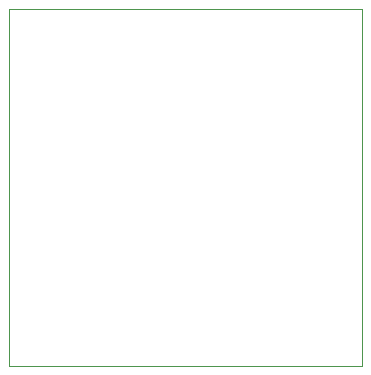
<source format=gbr>
%TF.GenerationSoftware,KiCad,Pcbnew,9.0.4*%
%TF.CreationDate,2025-08-31T12:09:41+02:00*%
%TF.ProjectId,CYW43439,43595734-3334-4333-992e-6b696361645f,rev?*%
%TF.SameCoordinates,Original*%
%TF.FileFunction,Profile,NP*%
%FSLAX46Y46*%
G04 Gerber Fmt 4.6, Leading zero omitted, Abs format (unit mm)*
G04 Created by KiCad (PCBNEW 9.0.4) date 2025-08-31 12:09:41*
%MOMM*%
%LPD*%
G01*
G04 APERTURE LIST*
%TA.AperFunction,Profile*%
%ADD10C,0.050000*%
%TD*%
G04 APERTURE END LIST*
D10*
X125725000Y-82150000D02*
X155625000Y-82150000D01*
X155625000Y-112350000D01*
X125725000Y-112350000D01*
X125725000Y-82150000D01*
M02*

</source>
